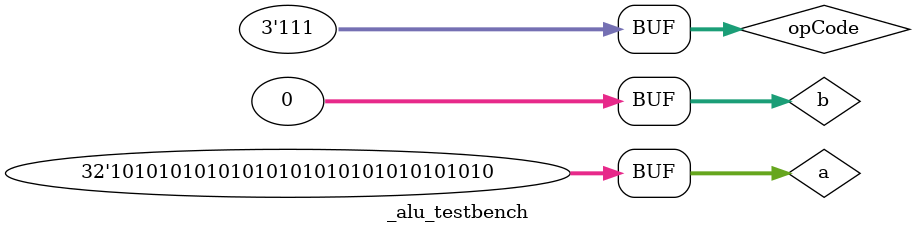
<source format=v>
`define DELAY 30
module _alu_testbench();

reg [31:0] a;
reg [31:0] b;
reg [2:0] opCode;
wire [31:0] result;
wire ZERO;

alu32 al(result,ZERO,a,b,opCode);

initial begin

opCode = 3'b000;
a = 32'b00000010101010001100111111111111;
b = 32'b11111000000000000000000000111111;
#`DELAY
opCode = 3'b000;
a = 32'b00000010101010001100111111111111;
b = 32'b00000010101010001100111111111111;
#`DELAY
opCode = 3'b000;
a = 32'b00000000000000000000111111111111;
b = 32'b11111111111111111111110000000000;
/////////////////////////////////////////
#`DELAY
opCode = 3'b001;
a = 32'b11111111111111111111111111111111;
b = 32'b00000000000000000000000000000000;
#`DELAY
opCode = 3'b001;
a = 32'b10101010101010101010101010101010;
b = 32'b01010101010101010101010101010101;
#`DELAY
opCode = 3'b001;
a = 32'b01010000000000001011111111111111;
b = 32'b00000000000000000000011111111111;
/////////////////////////////////////////
#`DELAY
opCode = 3'b010;
a = 32'b00000000000000000000000000000000;
b = 32'b11111111111111111111111111111111;
#`DELAY
opCode = 3'b010;
a = 32'b00111111111111111111111111111111;
b = 32'b00111111111111111111111111111111;
#`DELAY
opCode = 3'b010;
a = 32'b00000000000000000000000000011111;
b = 32'b00000000000000000000000000011111;
/////////////////////////////////////////
#`DELAY
opCode = 3'b011;
a = 32'b11111111111111111111111111111111;
b = 32'b00000000000000000000000000000000;
#`DELAY
opCode = 3'b011;
a = 32'b11111111111111111111111111111111;
b = 32'b11111111111111111111111111111111;
#`DELAY
opCode = 3'b011;
a = 32'b10101010101010101010101010101010;
b = 32'b01010101010101010101010101010101;
/////////////////////////////////////////
#`DELAY
opCode = 3'b100;
a = 32'b10000111111111111111111111111111;
b = 32'b10000111111111111111111111111111;
#`DELAY
opCode = 3'b100;
a = 32'b00000000000000000111111111111111;
b = 32'b00000000000000000000000000001111;
#`DELAY
opCode = 3'b100;
a = 32'b00000000000000000000000000011111;
b = 32'b00000000000000000000000000000000;
/////////////////////////////////////////
#`DELAY
opCode = 3'b101;
a = 32'b10000000000000000111111111111111;
b = 32'b00000000000000000000000000000011;
#`DELAY
opCode = 3'b101;
a = 32'b10000000000000000000000000000000;
b = 32'b00000000000000000000000000011111;
#`DELAY
opCode = 3'b101;
a = 32'b11111111111111111111111111111111;
b = 32'b00000000000000000000000100000000;
/////////////////////////////////////////
#`DELAY
opCode = 3'b110;
a = 32'b11111111111111111111111111111111;
b = 32'b00000000000000000000000000000100;
#`DELAY
opCode = 3'b110;
a = 32'b00000000000000011111111111111111;
b = 32'b00000000000000000000000000001111;
#`DELAY
opCode = 3'b110;
a = 32'b11111111111111111111111111111111;
b = 32'b00000000000000011111000010000000;
/////////////////////////////////////////
#`DELAY
opCode = 3'b111;
a = 32'b11111111111111111111111111111111;
b = 32'b00000000000000000000000000000000;
#`DELAY
opCode = 3'b111;
a = 32'b00000000000000111111111111111111;
b = 32'b00000000000000111111111111111111;
#`DELAY
opCode = 3'b111;
a = 32'b10101010101010101010101010101010;
b = 32'b00000000000000000000000000000000;
/////////////////////////////////////////



end

initial begin

$monitor("a = %32b , b = %32b ,OPCODE = %3b ,result = %32b ,ZERO = %1b",a,b,opCode,result,ZERO);
end
endmodule
</source>
